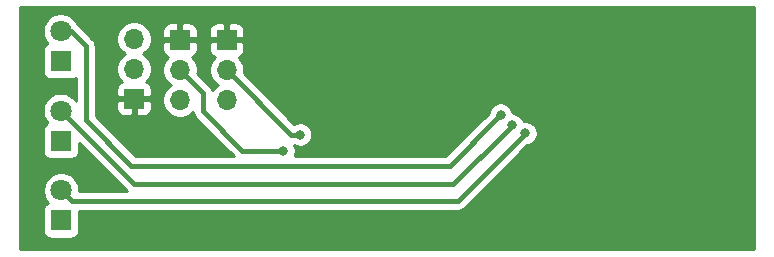
<source format=gbr>
G04 #@! TF.GenerationSoftware,KiCad,Pcbnew,(5.1.5)-3*
G04 #@! TF.CreationDate,2020-03-19T13:13:49+01:00*
G04 #@! TF.ProjectId,buttons,62757474-6f6e-4732-9e6b-696361645f70,rev?*
G04 #@! TF.SameCoordinates,Original*
G04 #@! TF.FileFunction,Copper,L2,Bot*
G04 #@! TF.FilePolarity,Positive*
%FSLAX46Y46*%
G04 Gerber Fmt 4.6, Leading zero omitted, Abs format (unit mm)*
G04 Created by KiCad (PCBNEW (5.1.5)-3) date 2020-03-19 13:13:49*
%MOMM*%
%LPD*%
G04 APERTURE LIST*
%ADD10R,1.800000X1.800000*%
%ADD11C,1.800000*%
%ADD12R,1.700000X1.700000*%
%ADD13O,1.700000X1.700000*%
%ADD14C,0.800000*%
%ADD15C,0.400000*%
%ADD16C,0.254000*%
G04 APERTURE END LIST*
D10*
X101610000Y-41000000D03*
D11*
X101610000Y-38460000D03*
X101610000Y-45200000D03*
D10*
X101610000Y-47740000D03*
X101650000Y-54490000D03*
D11*
X101650000Y-51950000D03*
D12*
X107820000Y-44190000D03*
D13*
X107820000Y-41650000D03*
X107820000Y-39110000D03*
D12*
X111710000Y-39210000D03*
D13*
X111710000Y-41750000D03*
X111710000Y-44290000D03*
X115670000Y-44290000D03*
X115670000Y-41750000D03*
D12*
X115670000Y-39210000D03*
D14*
X150120000Y-41750000D03*
X150070000Y-44240000D03*
X154340000Y-51670000D03*
X120470000Y-48600000D03*
X140950000Y-47110000D03*
X121890002Y-47220000D03*
X139840000Y-46450000D03*
X138857414Y-45537726D03*
D15*
X111710000Y-41750000D02*
X113660000Y-43700000D01*
X117000000Y-48600000D02*
X119904315Y-48600000D01*
X113660000Y-43700000D02*
X113660000Y-45260000D01*
X119904315Y-48600000D02*
X120470000Y-48600000D01*
X113660000Y-45260000D02*
X117000000Y-48600000D01*
X135210001Y-52849999D02*
X140550001Y-47509999D01*
X140550001Y-47509999D02*
X140950000Y-47110000D01*
X102549999Y-52849999D02*
X135210001Y-52849999D01*
X101650000Y-51950000D02*
X102549999Y-52849999D01*
X115670000Y-41750000D02*
X121140000Y-47220000D01*
X121140000Y-47220000D02*
X121890002Y-47220000D01*
X101610000Y-45200000D02*
X107850000Y-51440000D01*
X134850000Y-51440000D02*
X139440001Y-46849999D01*
X107850000Y-51440000D02*
X134850000Y-51440000D01*
X139440001Y-46849999D02*
X139840000Y-46450000D01*
X138457415Y-45937725D02*
X138857414Y-45537726D01*
X134535140Y-49860000D02*
X138457415Y-45937725D01*
X102450000Y-38460000D02*
X103730000Y-39740000D01*
X103730000Y-45990000D02*
X107600000Y-49860000D01*
X107600000Y-49860000D02*
X134535140Y-49860000D01*
X101610000Y-38460000D02*
X102450000Y-38460000D01*
X103730000Y-39740000D02*
X103730000Y-45990000D01*
D16*
G36*
X160340000Y-56940000D02*
G01*
X98160000Y-56940000D01*
X98160000Y-40100000D01*
X100071928Y-40100000D01*
X100071928Y-41900000D01*
X100084188Y-42024482D01*
X100120498Y-42144180D01*
X100179463Y-42254494D01*
X100258815Y-42351185D01*
X100355506Y-42430537D01*
X100465820Y-42489502D01*
X100585518Y-42525812D01*
X100710000Y-42538072D01*
X102510000Y-42538072D01*
X102634482Y-42525812D01*
X102754180Y-42489502D01*
X102864494Y-42430537D01*
X102895000Y-42405501D01*
X102895001Y-44360213D01*
X102802312Y-44221495D01*
X102588505Y-44007688D01*
X102337095Y-43839701D01*
X102057743Y-43723989D01*
X101761184Y-43665000D01*
X101458816Y-43665000D01*
X101162257Y-43723989D01*
X100882905Y-43839701D01*
X100631495Y-44007688D01*
X100417688Y-44221495D01*
X100249701Y-44472905D01*
X100133989Y-44752257D01*
X100075000Y-45048816D01*
X100075000Y-45351184D01*
X100133989Y-45647743D01*
X100249701Y-45927095D01*
X100417688Y-46178505D01*
X100484127Y-46244944D01*
X100465820Y-46250498D01*
X100355506Y-46309463D01*
X100258815Y-46388815D01*
X100179463Y-46485506D01*
X100120498Y-46595820D01*
X100084188Y-46715518D01*
X100071928Y-46840000D01*
X100071928Y-48640000D01*
X100084188Y-48764482D01*
X100120498Y-48884180D01*
X100179463Y-48994494D01*
X100258815Y-49091185D01*
X100355506Y-49170537D01*
X100465820Y-49229502D01*
X100585518Y-49265812D01*
X100710000Y-49278072D01*
X102510000Y-49278072D01*
X102634482Y-49265812D01*
X102754180Y-49229502D01*
X102864494Y-49170537D01*
X102961185Y-49091185D01*
X103040537Y-48994494D01*
X103099502Y-48884180D01*
X103135812Y-48764482D01*
X103148072Y-48640000D01*
X103148072Y-47918940D01*
X107230563Y-52001432D01*
X107241697Y-52014999D01*
X103185000Y-52014999D01*
X103185000Y-51798816D01*
X103126011Y-51502257D01*
X103010299Y-51222905D01*
X102842312Y-50971495D01*
X102628505Y-50757688D01*
X102377095Y-50589701D01*
X102097743Y-50473989D01*
X101801184Y-50415000D01*
X101498816Y-50415000D01*
X101202257Y-50473989D01*
X100922905Y-50589701D01*
X100671495Y-50757688D01*
X100457688Y-50971495D01*
X100289701Y-51222905D01*
X100173989Y-51502257D01*
X100115000Y-51798816D01*
X100115000Y-52101184D01*
X100173989Y-52397743D01*
X100289701Y-52677095D01*
X100457688Y-52928505D01*
X100524127Y-52994944D01*
X100505820Y-53000498D01*
X100395506Y-53059463D01*
X100298815Y-53138815D01*
X100219463Y-53235506D01*
X100160498Y-53345820D01*
X100124188Y-53465518D01*
X100111928Y-53590000D01*
X100111928Y-55390000D01*
X100124188Y-55514482D01*
X100160498Y-55634180D01*
X100219463Y-55744494D01*
X100298815Y-55841185D01*
X100395506Y-55920537D01*
X100505820Y-55979502D01*
X100625518Y-56015812D01*
X100750000Y-56028072D01*
X102550000Y-56028072D01*
X102674482Y-56015812D01*
X102794180Y-55979502D01*
X102904494Y-55920537D01*
X103001185Y-55841185D01*
X103080537Y-55744494D01*
X103139502Y-55634180D01*
X103175812Y-55514482D01*
X103188072Y-55390000D01*
X103188072Y-53684999D01*
X135168983Y-53684999D01*
X135210001Y-53689039D01*
X135251019Y-53684999D01*
X135251020Y-53684999D01*
X135373690Y-53672917D01*
X135531088Y-53625171D01*
X135676147Y-53547635D01*
X135803292Y-53443290D01*
X135829447Y-53411420D01*
X141106776Y-48134092D01*
X141251898Y-48105226D01*
X141440256Y-48027205D01*
X141609774Y-47913937D01*
X141753937Y-47769774D01*
X141867205Y-47600256D01*
X141945226Y-47411898D01*
X141985000Y-47211939D01*
X141985000Y-47008061D01*
X141945226Y-46808102D01*
X141867205Y-46619744D01*
X141753937Y-46450226D01*
X141609774Y-46306063D01*
X141440256Y-46192795D01*
X141251898Y-46114774D01*
X141051939Y-46075000D01*
X140848061Y-46075000D01*
X140808228Y-46082923D01*
X140757205Y-45959744D01*
X140643937Y-45790226D01*
X140499774Y-45646063D01*
X140330256Y-45532795D01*
X140141898Y-45454774D01*
X139941939Y-45415000D01*
X139888279Y-45415000D01*
X139852640Y-45235828D01*
X139774619Y-45047470D01*
X139661351Y-44877952D01*
X139517188Y-44733789D01*
X139347670Y-44620521D01*
X139159312Y-44542500D01*
X138959353Y-44502726D01*
X138755475Y-44502726D01*
X138555516Y-44542500D01*
X138367158Y-44620521D01*
X138197640Y-44733789D01*
X138053477Y-44877952D01*
X137940209Y-45047470D01*
X137862188Y-45235828D01*
X137833322Y-45380950D01*
X134189273Y-49025000D01*
X121414235Y-49025000D01*
X121465226Y-48901898D01*
X121505000Y-48701939D01*
X121505000Y-48498061D01*
X121465226Y-48298102D01*
X121398134Y-48136128D01*
X121399746Y-48137205D01*
X121588104Y-48215226D01*
X121788063Y-48255000D01*
X121991941Y-48255000D01*
X122191900Y-48215226D01*
X122380258Y-48137205D01*
X122549776Y-48023937D01*
X122693939Y-47879774D01*
X122807207Y-47710256D01*
X122885228Y-47521898D01*
X122925002Y-47321939D01*
X122925002Y-47118061D01*
X122885228Y-46918102D01*
X122807207Y-46729744D01*
X122693939Y-46560226D01*
X122549776Y-46416063D01*
X122380258Y-46302795D01*
X122191900Y-46224774D01*
X121991941Y-46185000D01*
X121788063Y-46185000D01*
X121588104Y-46224774D01*
X121402516Y-46301648D01*
X117128807Y-42027940D01*
X117155000Y-41896260D01*
X117155000Y-41603740D01*
X117097932Y-41316842D01*
X116985990Y-41046589D01*
X116823475Y-40803368D01*
X116691620Y-40671513D01*
X116764180Y-40649502D01*
X116874494Y-40590537D01*
X116971185Y-40511185D01*
X117050537Y-40414494D01*
X117109502Y-40304180D01*
X117145812Y-40184482D01*
X117158072Y-40060000D01*
X117155000Y-39495750D01*
X116996250Y-39337000D01*
X115797000Y-39337000D01*
X115797000Y-39357000D01*
X115543000Y-39357000D01*
X115543000Y-39337000D01*
X114343750Y-39337000D01*
X114185000Y-39495750D01*
X114181928Y-40060000D01*
X114194188Y-40184482D01*
X114230498Y-40304180D01*
X114289463Y-40414494D01*
X114368815Y-40511185D01*
X114465506Y-40590537D01*
X114575820Y-40649502D01*
X114648380Y-40671513D01*
X114516525Y-40803368D01*
X114354010Y-41046589D01*
X114242068Y-41316842D01*
X114185000Y-41603740D01*
X114185000Y-41896260D01*
X114242068Y-42183158D01*
X114354010Y-42453411D01*
X114516525Y-42696632D01*
X114723368Y-42903475D01*
X114897760Y-43020000D01*
X114723368Y-43136525D01*
X114516525Y-43343368D01*
X114453158Y-43438204D01*
X114435172Y-43378913D01*
X114357636Y-43233854D01*
X114253291Y-43106709D01*
X114221428Y-43080560D01*
X113168807Y-42027940D01*
X113195000Y-41896260D01*
X113195000Y-41603740D01*
X113137932Y-41316842D01*
X113025990Y-41046589D01*
X112863475Y-40803368D01*
X112731620Y-40671513D01*
X112804180Y-40649502D01*
X112914494Y-40590537D01*
X113011185Y-40511185D01*
X113090537Y-40414494D01*
X113149502Y-40304180D01*
X113185812Y-40184482D01*
X113198072Y-40060000D01*
X113195000Y-39495750D01*
X113036250Y-39337000D01*
X111837000Y-39337000D01*
X111837000Y-39357000D01*
X111583000Y-39357000D01*
X111583000Y-39337000D01*
X110383750Y-39337000D01*
X110225000Y-39495750D01*
X110221928Y-40060000D01*
X110234188Y-40184482D01*
X110270498Y-40304180D01*
X110329463Y-40414494D01*
X110408815Y-40511185D01*
X110505506Y-40590537D01*
X110615820Y-40649502D01*
X110688380Y-40671513D01*
X110556525Y-40803368D01*
X110394010Y-41046589D01*
X110282068Y-41316842D01*
X110225000Y-41603740D01*
X110225000Y-41896260D01*
X110282068Y-42183158D01*
X110394010Y-42453411D01*
X110556525Y-42696632D01*
X110763368Y-42903475D01*
X110937760Y-43020000D01*
X110763368Y-43136525D01*
X110556525Y-43343368D01*
X110394010Y-43586589D01*
X110282068Y-43856842D01*
X110225000Y-44143740D01*
X110225000Y-44436260D01*
X110282068Y-44723158D01*
X110394010Y-44993411D01*
X110556525Y-45236632D01*
X110763368Y-45443475D01*
X111006589Y-45605990D01*
X111276842Y-45717932D01*
X111563740Y-45775000D01*
X111856260Y-45775000D01*
X112143158Y-45717932D01*
X112413411Y-45605990D01*
X112656632Y-45443475D01*
X112822677Y-45277430D01*
X112837082Y-45423688D01*
X112884828Y-45581086D01*
X112962364Y-45726145D01*
X112985907Y-45754832D01*
X113066710Y-45853291D01*
X113098574Y-45879441D01*
X116244132Y-49025000D01*
X107945868Y-49025000D01*
X104565000Y-45644133D01*
X104565000Y-45040000D01*
X106331928Y-45040000D01*
X106344188Y-45164482D01*
X106380498Y-45284180D01*
X106439463Y-45394494D01*
X106518815Y-45491185D01*
X106615506Y-45570537D01*
X106725820Y-45629502D01*
X106845518Y-45665812D01*
X106970000Y-45678072D01*
X107534250Y-45675000D01*
X107693000Y-45516250D01*
X107693000Y-44317000D01*
X107947000Y-44317000D01*
X107947000Y-45516250D01*
X108105750Y-45675000D01*
X108670000Y-45678072D01*
X108794482Y-45665812D01*
X108914180Y-45629502D01*
X109024494Y-45570537D01*
X109121185Y-45491185D01*
X109200537Y-45394494D01*
X109259502Y-45284180D01*
X109295812Y-45164482D01*
X109308072Y-45040000D01*
X109305000Y-44475750D01*
X109146250Y-44317000D01*
X107947000Y-44317000D01*
X107693000Y-44317000D01*
X106493750Y-44317000D01*
X106335000Y-44475750D01*
X106331928Y-45040000D01*
X104565000Y-45040000D01*
X104565000Y-43340000D01*
X106331928Y-43340000D01*
X106335000Y-43904250D01*
X106493750Y-44063000D01*
X107693000Y-44063000D01*
X107693000Y-44043000D01*
X107947000Y-44043000D01*
X107947000Y-44063000D01*
X109146250Y-44063000D01*
X109305000Y-43904250D01*
X109308072Y-43340000D01*
X109295812Y-43215518D01*
X109259502Y-43095820D01*
X109200537Y-42985506D01*
X109121185Y-42888815D01*
X109024494Y-42809463D01*
X108914180Y-42750498D01*
X108841620Y-42728487D01*
X108973475Y-42596632D01*
X109135990Y-42353411D01*
X109247932Y-42083158D01*
X109305000Y-41796260D01*
X109305000Y-41503740D01*
X109247932Y-41216842D01*
X109135990Y-40946589D01*
X108973475Y-40703368D01*
X108766632Y-40496525D01*
X108592240Y-40380000D01*
X108766632Y-40263475D01*
X108973475Y-40056632D01*
X109135990Y-39813411D01*
X109247932Y-39543158D01*
X109305000Y-39256260D01*
X109305000Y-38963740D01*
X109247932Y-38676842D01*
X109135990Y-38406589D01*
X109104861Y-38360000D01*
X110221928Y-38360000D01*
X110225000Y-38924250D01*
X110383750Y-39083000D01*
X111583000Y-39083000D01*
X111583000Y-37883750D01*
X111837000Y-37883750D01*
X111837000Y-39083000D01*
X113036250Y-39083000D01*
X113195000Y-38924250D01*
X113198072Y-38360000D01*
X114181928Y-38360000D01*
X114185000Y-38924250D01*
X114343750Y-39083000D01*
X115543000Y-39083000D01*
X115543000Y-37883750D01*
X115797000Y-37883750D01*
X115797000Y-39083000D01*
X116996250Y-39083000D01*
X117155000Y-38924250D01*
X117158072Y-38360000D01*
X117145812Y-38235518D01*
X117109502Y-38115820D01*
X117050537Y-38005506D01*
X116971185Y-37908815D01*
X116874494Y-37829463D01*
X116764180Y-37770498D01*
X116644482Y-37734188D01*
X116520000Y-37721928D01*
X115955750Y-37725000D01*
X115797000Y-37883750D01*
X115543000Y-37883750D01*
X115384250Y-37725000D01*
X114820000Y-37721928D01*
X114695518Y-37734188D01*
X114575820Y-37770498D01*
X114465506Y-37829463D01*
X114368815Y-37908815D01*
X114289463Y-38005506D01*
X114230498Y-38115820D01*
X114194188Y-38235518D01*
X114181928Y-38360000D01*
X113198072Y-38360000D01*
X113185812Y-38235518D01*
X113149502Y-38115820D01*
X113090537Y-38005506D01*
X113011185Y-37908815D01*
X112914494Y-37829463D01*
X112804180Y-37770498D01*
X112684482Y-37734188D01*
X112560000Y-37721928D01*
X111995750Y-37725000D01*
X111837000Y-37883750D01*
X111583000Y-37883750D01*
X111424250Y-37725000D01*
X110860000Y-37721928D01*
X110735518Y-37734188D01*
X110615820Y-37770498D01*
X110505506Y-37829463D01*
X110408815Y-37908815D01*
X110329463Y-38005506D01*
X110270498Y-38115820D01*
X110234188Y-38235518D01*
X110221928Y-38360000D01*
X109104861Y-38360000D01*
X108973475Y-38163368D01*
X108766632Y-37956525D01*
X108523411Y-37794010D01*
X108253158Y-37682068D01*
X107966260Y-37625000D01*
X107673740Y-37625000D01*
X107386842Y-37682068D01*
X107116589Y-37794010D01*
X106873368Y-37956525D01*
X106666525Y-38163368D01*
X106504010Y-38406589D01*
X106392068Y-38676842D01*
X106335000Y-38963740D01*
X106335000Y-39256260D01*
X106392068Y-39543158D01*
X106504010Y-39813411D01*
X106666525Y-40056632D01*
X106873368Y-40263475D01*
X107047760Y-40380000D01*
X106873368Y-40496525D01*
X106666525Y-40703368D01*
X106504010Y-40946589D01*
X106392068Y-41216842D01*
X106335000Y-41503740D01*
X106335000Y-41796260D01*
X106392068Y-42083158D01*
X106504010Y-42353411D01*
X106666525Y-42596632D01*
X106798380Y-42728487D01*
X106725820Y-42750498D01*
X106615506Y-42809463D01*
X106518815Y-42888815D01*
X106439463Y-42985506D01*
X106380498Y-43095820D01*
X106344188Y-43215518D01*
X106331928Y-43340000D01*
X104565000Y-43340000D01*
X104565000Y-39781007D01*
X104569039Y-39739999D01*
X104565000Y-39698991D01*
X104565000Y-39698981D01*
X104552918Y-39576311D01*
X104505172Y-39418913D01*
X104427636Y-39273854D01*
X104323291Y-39146709D01*
X104291428Y-39120560D01*
X103069446Y-37898579D01*
X103043291Y-37866709D01*
X103016675Y-37844866D01*
X102970299Y-37732905D01*
X102802312Y-37481495D01*
X102588505Y-37267688D01*
X102337095Y-37099701D01*
X102057743Y-36983989D01*
X101761184Y-36925000D01*
X101458816Y-36925000D01*
X101162257Y-36983989D01*
X100882905Y-37099701D01*
X100631495Y-37267688D01*
X100417688Y-37481495D01*
X100249701Y-37732905D01*
X100133989Y-38012257D01*
X100075000Y-38308816D01*
X100075000Y-38611184D01*
X100133989Y-38907743D01*
X100249701Y-39187095D01*
X100417688Y-39438505D01*
X100484127Y-39504944D01*
X100465820Y-39510498D01*
X100355506Y-39569463D01*
X100258815Y-39648815D01*
X100179463Y-39745506D01*
X100120498Y-39855820D01*
X100084188Y-39975518D01*
X100071928Y-40100000D01*
X98160000Y-40100000D01*
X98160000Y-36460000D01*
X160340001Y-36460000D01*
X160340000Y-56940000D01*
G37*
X160340000Y-56940000D02*
X98160000Y-56940000D01*
X98160000Y-40100000D01*
X100071928Y-40100000D01*
X100071928Y-41900000D01*
X100084188Y-42024482D01*
X100120498Y-42144180D01*
X100179463Y-42254494D01*
X100258815Y-42351185D01*
X100355506Y-42430537D01*
X100465820Y-42489502D01*
X100585518Y-42525812D01*
X100710000Y-42538072D01*
X102510000Y-42538072D01*
X102634482Y-42525812D01*
X102754180Y-42489502D01*
X102864494Y-42430537D01*
X102895000Y-42405501D01*
X102895001Y-44360213D01*
X102802312Y-44221495D01*
X102588505Y-44007688D01*
X102337095Y-43839701D01*
X102057743Y-43723989D01*
X101761184Y-43665000D01*
X101458816Y-43665000D01*
X101162257Y-43723989D01*
X100882905Y-43839701D01*
X100631495Y-44007688D01*
X100417688Y-44221495D01*
X100249701Y-44472905D01*
X100133989Y-44752257D01*
X100075000Y-45048816D01*
X100075000Y-45351184D01*
X100133989Y-45647743D01*
X100249701Y-45927095D01*
X100417688Y-46178505D01*
X100484127Y-46244944D01*
X100465820Y-46250498D01*
X100355506Y-46309463D01*
X100258815Y-46388815D01*
X100179463Y-46485506D01*
X100120498Y-46595820D01*
X100084188Y-46715518D01*
X100071928Y-46840000D01*
X100071928Y-48640000D01*
X100084188Y-48764482D01*
X100120498Y-48884180D01*
X100179463Y-48994494D01*
X100258815Y-49091185D01*
X100355506Y-49170537D01*
X100465820Y-49229502D01*
X100585518Y-49265812D01*
X100710000Y-49278072D01*
X102510000Y-49278072D01*
X102634482Y-49265812D01*
X102754180Y-49229502D01*
X102864494Y-49170537D01*
X102961185Y-49091185D01*
X103040537Y-48994494D01*
X103099502Y-48884180D01*
X103135812Y-48764482D01*
X103148072Y-48640000D01*
X103148072Y-47918940D01*
X107230563Y-52001432D01*
X107241697Y-52014999D01*
X103185000Y-52014999D01*
X103185000Y-51798816D01*
X103126011Y-51502257D01*
X103010299Y-51222905D01*
X102842312Y-50971495D01*
X102628505Y-50757688D01*
X102377095Y-50589701D01*
X102097743Y-50473989D01*
X101801184Y-50415000D01*
X101498816Y-50415000D01*
X101202257Y-50473989D01*
X100922905Y-50589701D01*
X100671495Y-50757688D01*
X100457688Y-50971495D01*
X100289701Y-51222905D01*
X100173989Y-51502257D01*
X100115000Y-51798816D01*
X100115000Y-52101184D01*
X100173989Y-52397743D01*
X100289701Y-52677095D01*
X100457688Y-52928505D01*
X100524127Y-52994944D01*
X100505820Y-53000498D01*
X100395506Y-53059463D01*
X100298815Y-53138815D01*
X100219463Y-53235506D01*
X100160498Y-53345820D01*
X100124188Y-53465518D01*
X100111928Y-53590000D01*
X100111928Y-55390000D01*
X100124188Y-55514482D01*
X100160498Y-55634180D01*
X100219463Y-55744494D01*
X100298815Y-55841185D01*
X100395506Y-55920537D01*
X100505820Y-55979502D01*
X100625518Y-56015812D01*
X100750000Y-56028072D01*
X102550000Y-56028072D01*
X102674482Y-56015812D01*
X102794180Y-55979502D01*
X102904494Y-55920537D01*
X103001185Y-55841185D01*
X103080537Y-55744494D01*
X103139502Y-55634180D01*
X103175812Y-55514482D01*
X103188072Y-55390000D01*
X103188072Y-53684999D01*
X135168983Y-53684999D01*
X135210001Y-53689039D01*
X135251019Y-53684999D01*
X135251020Y-53684999D01*
X135373690Y-53672917D01*
X135531088Y-53625171D01*
X135676147Y-53547635D01*
X135803292Y-53443290D01*
X135829447Y-53411420D01*
X141106776Y-48134092D01*
X141251898Y-48105226D01*
X141440256Y-48027205D01*
X141609774Y-47913937D01*
X141753937Y-47769774D01*
X141867205Y-47600256D01*
X141945226Y-47411898D01*
X141985000Y-47211939D01*
X141985000Y-47008061D01*
X141945226Y-46808102D01*
X141867205Y-46619744D01*
X141753937Y-46450226D01*
X141609774Y-46306063D01*
X141440256Y-46192795D01*
X141251898Y-46114774D01*
X141051939Y-46075000D01*
X140848061Y-46075000D01*
X140808228Y-46082923D01*
X140757205Y-45959744D01*
X140643937Y-45790226D01*
X140499774Y-45646063D01*
X140330256Y-45532795D01*
X140141898Y-45454774D01*
X139941939Y-45415000D01*
X139888279Y-45415000D01*
X139852640Y-45235828D01*
X139774619Y-45047470D01*
X139661351Y-44877952D01*
X139517188Y-44733789D01*
X139347670Y-44620521D01*
X139159312Y-44542500D01*
X138959353Y-44502726D01*
X138755475Y-44502726D01*
X138555516Y-44542500D01*
X138367158Y-44620521D01*
X138197640Y-44733789D01*
X138053477Y-44877952D01*
X137940209Y-45047470D01*
X137862188Y-45235828D01*
X137833322Y-45380950D01*
X134189273Y-49025000D01*
X121414235Y-49025000D01*
X121465226Y-48901898D01*
X121505000Y-48701939D01*
X121505000Y-48498061D01*
X121465226Y-48298102D01*
X121398134Y-48136128D01*
X121399746Y-48137205D01*
X121588104Y-48215226D01*
X121788063Y-48255000D01*
X121991941Y-48255000D01*
X122191900Y-48215226D01*
X122380258Y-48137205D01*
X122549776Y-48023937D01*
X122693939Y-47879774D01*
X122807207Y-47710256D01*
X122885228Y-47521898D01*
X122925002Y-47321939D01*
X122925002Y-47118061D01*
X122885228Y-46918102D01*
X122807207Y-46729744D01*
X122693939Y-46560226D01*
X122549776Y-46416063D01*
X122380258Y-46302795D01*
X122191900Y-46224774D01*
X121991941Y-46185000D01*
X121788063Y-46185000D01*
X121588104Y-46224774D01*
X121402516Y-46301648D01*
X117128807Y-42027940D01*
X117155000Y-41896260D01*
X117155000Y-41603740D01*
X117097932Y-41316842D01*
X116985990Y-41046589D01*
X116823475Y-40803368D01*
X116691620Y-40671513D01*
X116764180Y-40649502D01*
X116874494Y-40590537D01*
X116971185Y-40511185D01*
X117050537Y-40414494D01*
X117109502Y-40304180D01*
X117145812Y-40184482D01*
X117158072Y-40060000D01*
X117155000Y-39495750D01*
X116996250Y-39337000D01*
X115797000Y-39337000D01*
X115797000Y-39357000D01*
X115543000Y-39357000D01*
X115543000Y-39337000D01*
X114343750Y-39337000D01*
X114185000Y-39495750D01*
X114181928Y-40060000D01*
X114194188Y-40184482D01*
X114230498Y-40304180D01*
X114289463Y-40414494D01*
X114368815Y-40511185D01*
X114465506Y-40590537D01*
X114575820Y-40649502D01*
X114648380Y-40671513D01*
X114516525Y-40803368D01*
X114354010Y-41046589D01*
X114242068Y-41316842D01*
X114185000Y-41603740D01*
X114185000Y-41896260D01*
X114242068Y-42183158D01*
X114354010Y-42453411D01*
X114516525Y-42696632D01*
X114723368Y-42903475D01*
X114897760Y-43020000D01*
X114723368Y-43136525D01*
X114516525Y-43343368D01*
X114453158Y-43438204D01*
X114435172Y-43378913D01*
X114357636Y-43233854D01*
X114253291Y-43106709D01*
X114221428Y-43080560D01*
X113168807Y-42027940D01*
X113195000Y-41896260D01*
X113195000Y-41603740D01*
X113137932Y-41316842D01*
X113025990Y-41046589D01*
X112863475Y-40803368D01*
X112731620Y-40671513D01*
X112804180Y-40649502D01*
X112914494Y-40590537D01*
X113011185Y-40511185D01*
X113090537Y-40414494D01*
X113149502Y-40304180D01*
X113185812Y-40184482D01*
X113198072Y-40060000D01*
X113195000Y-39495750D01*
X113036250Y-39337000D01*
X111837000Y-39337000D01*
X111837000Y-39357000D01*
X111583000Y-39357000D01*
X111583000Y-39337000D01*
X110383750Y-39337000D01*
X110225000Y-39495750D01*
X110221928Y-40060000D01*
X110234188Y-40184482D01*
X110270498Y-40304180D01*
X110329463Y-40414494D01*
X110408815Y-40511185D01*
X110505506Y-40590537D01*
X110615820Y-40649502D01*
X110688380Y-40671513D01*
X110556525Y-40803368D01*
X110394010Y-41046589D01*
X110282068Y-41316842D01*
X110225000Y-41603740D01*
X110225000Y-41896260D01*
X110282068Y-42183158D01*
X110394010Y-42453411D01*
X110556525Y-42696632D01*
X110763368Y-42903475D01*
X110937760Y-43020000D01*
X110763368Y-43136525D01*
X110556525Y-43343368D01*
X110394010Y-43586589D01*
X110282068Y-43856842D01*
X110225000Y-44143740D01*
X110225000Y-44436260D01*
X110282068Y-44723158D01*
X110394010Y-44993411D01*
X110556525Y-45236632D01*
X110763368Y-45443475D01*
X111006589Y-45605990D01*
X111276842Y-45717932D01*
X111563740Y-45775000D01*
X111856260Y-45775000D01*
X112143158Y-45717932D01*
X112413411Y-45605990D01*
X112656632Y-45443475D01*
X112822677Y-45277430D01*
X112837082Y-45423688D01*
X112884828Y-45581086D01*
X112962364Y-45726145D01*
X112985907Y-45754832D01*
X113066710Y-45853291D01*
X113098574Y-45879441D01*
X116244132Y-49025000D01*
X107945868Y-49025000D01*
X104565000Y-45644133D01*
X104565000Y-45040000D01*
X106331928Y-45040000D01*
X106344188Y-45164482D01*
X106380498Y-45284180D01*
X106439463Y-45394494D01*
X106518815Y-45491185D01*
X106615506Y-45570537D01*
X106725820Y-45629502D01*
X106845518Y-45665812D01*
X106970000Y-45678072D01*
X107534250Y-45675000D01*
X107693000Y-45516250D01*
X107693000Y-44317000D01*
X107947000Y-44317000D01*
X107947000Y-45516250D01*
X108105750Y-45675000D01*
X108670000Y-45678072D01*
X108794482Y-45665812D01*
X108914180Y-45629502D01*
X109024494Y-45570537D01*
X109121185Y-45491185D01*
X109200537Y-45394494D01*
X109259502Y-45284180D01*
X109295812Y-45164482D01*
X109308072Y-45040000D01*
X109305000Y-44475750D01*
X109146250Y-44317000D01*
X107947000Y-44317000D01*
X107693000Y-44317000D01*
X106493750Y-44317000D01*
X106335000Y-44475750D01*
X106331928Y-45040000D01*
X104565000Y-45040000D01*
X104565000Y-43340000D01*
X106331928Y-43340000D01*
X106335000Y-43904250D01*
X106493750Y-44063000D01*
X107693000Y-44063000D01*
X107693000Y-44043000D01*
X107947000Y-44043000D01*
X107947000Y-44063000D01*
X109146250Y-44063000D01*
X109305000Y-43904250D01*
X109308072Y-43340000D01*
X109295812Y-43215518D01*
X109259502Y-43095820D01*
X109200537Y-42985506D01*
X109121185Y-42888815D01*
X109024494Y-42809463D01*
X108914180Y-42750498D01*
X108841620Y-42728487D01*
X108973475Y-42596632D01*
X109135990Y-42353411D01*
X109247932Y-42083158D01*
X109305000Y-41796260D01*
X109305000Y-41503740D01*
X109247932Y-41216842D01*
X109135990Y-40946589D01*
X108973475Y-40703368D01*
X108766632Y-40496525D01*
X108592240Y-40380000D01*
X108766632Y-40263475D01*
X108973475Y-40056632D01*
X109135990Y-39813411D01*
X109247932Y-39543158D01*
X109305000Y-39256260D01*
X109305000Y-38963740D01*
X109247932Y-38676842D01*
X109135990Y-38406589D01*
X109104861Y-38360000D01*
X110221928Y-38360000D01*
X110225000Y-38924250D01*
X110383750Y-39083000D01*
X111583000Y-39083000D01*
X111583000Y-37883750D01*
X111837000Y-37883750D01*
X111837000Y-39083000D01*
X113036250Y-39083000D01*
X113195000Y-38924250D01*
X113198072Y-38360000D01*
X114181928Y-38360000D01*
X114185000Y-38924250D01*
X114343750Y-39083000D01*
X115543000Y-39083000D01*
X115543000Y-37883750D01*
X115797000Y-37883750D01*
X115797000Y-39083000D01*
X116996250Y-39083000D01*
X117155000Y-38924250D01*
X117158072Y-38360000D01*
X117145812Y-38235518D01*
X117109502Y-38115820D01*
X117050537Y-38005506D01*
X116971185Y-37908815D01*
X116874494Y-37829463D01*
X116764180Y-37770498D01*
X116644482Y-37734188D01*
X116520000Y-37721928D01*
X115955750Y-37725000D01*
X115797000Y-37883750D01*
X115543000Y-37883750D01*
X115384250Y-37725000D01*
X114820000Y-37721928D01*
X114695518Y-37734188D01*
X114575820Y-37770498D01*
X114465506Y-37829463D01*
X114368815Y-37908815D01*
X114289463Y-38005506D01*
X114230498Y-38115820D01*
X114194188Y-38235518D01*
X114181928Y-38360000D01*
X113198072Y-38360000D01*
X113185812Y-38235518D01*
X113149502Y-38115820D01*
X113090537Y-38005506D01*
X113011185Y-37908815D01*
X112914494Y-37829463D01*
X112804180Y-37770498D01*
X112684482Y-37734188D01*
X112560000Y-37721928D01*
X111995750Y-37725000D01*
X111837000Y-37883750D01*
X111583000Y-37883750D01*
X111424250Y-37725000D01*
X110860000Y-37721928D01*
X110735518Y-37734188D01*
X110615820Y-37770498D01*
X110505506Y-37829463D01*
X110408815Y-37908815D01*
X110329463Y-38005506D01*
X110270498Y-38115820D01*
X110234188Y-38235518D01*
X110221928Y-38360000D01*
X109104861Y-38360000D01*
X108973475Y-38163368D01*
X108766632Y-37956525D01*
X108523411Y-37794010D01*
X108253158Y-37682068D01*
X107966260Y-37625000D01*
X107673740Y-37625000D01*
X107386842Y-37682068D01*
X107116589Y-37794010D01*
X106873368Y-37956525D01*
X106666525Y-38163368D01*
X106504010Y-38406589D01*
X106392068Y-38676842D01*
X106335000Y-38963740D01*
X106335000Y-39256260D01*
X106392068Y-39543158D01*
X106504010Y-39813411D01*
X106666525Y-40056632D01*
X106873368Y-40263475D01*
X107047760Y-40380000D01*
X106873368Y-40496525D01*
X106666525Y-40703368D01*
X106504010Y-40946589D01*
X106392068Y-41216842D01*
X106335000Y-41503740D01*
X106335000Y-41796260D01*
X106392068Y-42083158D01*
X106504010Y-42353411D01*
X106666525Y-42596632D01*
X106798380Y-42728487D01*
X106725820Y-42750498D01*
X106615506Y-42809463D01*
X106518815Y-42888815D01*
X106439463Y-42985506D01*
X106380498Y-43095820D01*
X106344188Y-43215518D01*
X106331928Y-43340000D01*
X104565000Y-43340000D01*
X104565000Y-39781007D01*
X104569039Y-39739999D01*
X104565000Y-39698991D01*
X104565000Y-39698981D01*
X104552918Y-39576311D01*
X104505172Y-39418913D01*
X104427636Y-39273854D01*
X104323291Y-39146709D01*
X104291428Y-39120560D01*
X103069446Y-37898579D01*
X103043291Y-37866709D01*
X103016675Y-37844866D01*
X102970299Y-37732905D01*
X102802312Y-37481495D01*
X102588505Y-37267688D01*
X102337095Y-37099701D01*
X102057743Y-36983989D01*
X101761184Y-36925000D01*
X101458816Y-36925000D01*
X101162257Y-36983989D01*
X100882905Y-37099701D01*
X100631495Y-37267688D01*
X100417688Y-37481495D01*
X100249701Y-37732905D01*
X100133989Y-38012257D01*
X100075000Y-38308816D01*
X100075000Y-38611184D01*
X100133989Y-38907743D01*
X100249701Y-39187095D01*
X100417688Y-39438505D01*
X100484127Y-39504944D01*
X100465820Y-39510498D01*
X100355506Y-39569463D01*
X100258815Y-39648815D01*
X100179463Y-39745506D01*
X100120498Y-39855820D01*
X100084188Y-39975518D01*
X100071928Y-40100000D01*
X98160000Y-40100000D01*
X98160000Y-36460000D01*
X160340001Y-36460000D01*
X160340000Y-56940000D01*
M02*

</source>
